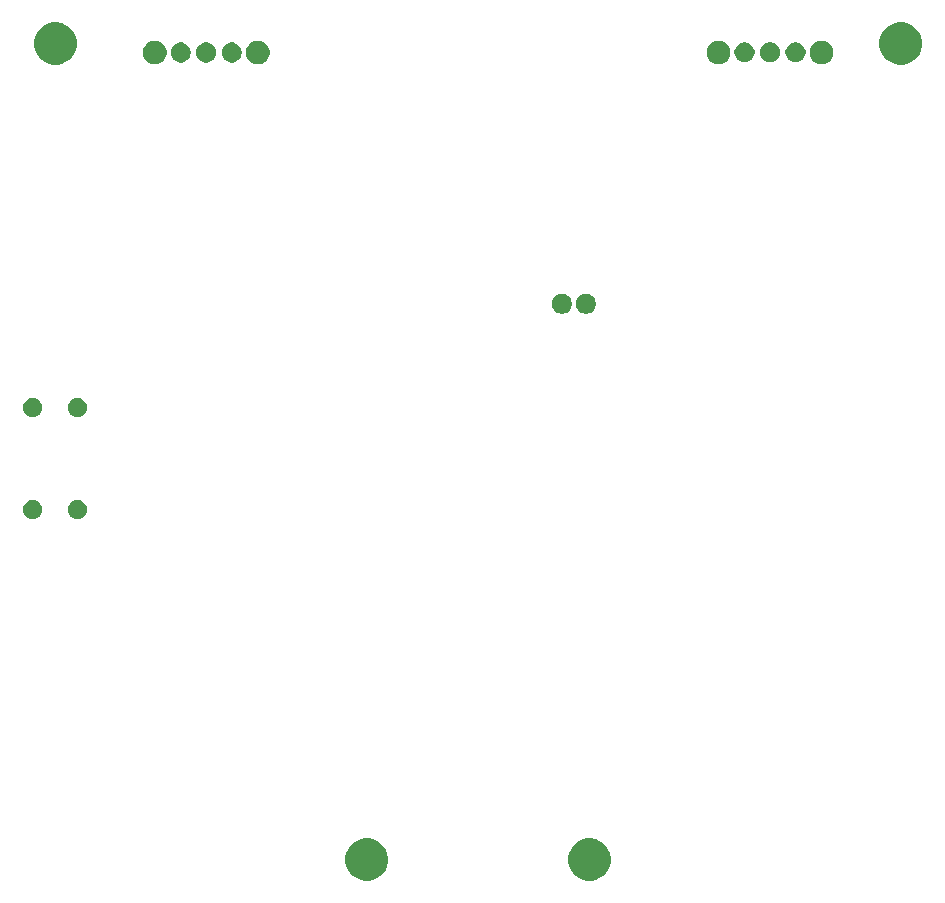
<source format=gbr>
G04 #@! TF.GenerationSoftware,KiCad,Pcbnew,5.0.2+dfsg1-1~bpo9+1*
G04 #@! TF.CreationDate,2019-09-03T10:55:47+01:00*
G04 #@! TF.ProjectId,retro_zero+a_power_board,72657472-6f5f-47a6-9572-6f2b615f706f,rev?*
G04 #@! TF.SameCoordinates,Original*
G04 #@! TF.FileFunction,Soldermask,Bot*
G04 #@! TF.FilePolarity,Negative*
%FSLAX46Y46*%
G04 Gerber Fmt 4.6, Leading zero omitted, Abs format (unit mm)*
G04 Created by KiCad (PCBNEW 5.0.2+dfsg1-1~bpo9+1) date Tue 03 Sep 2019 10:55:47 BST*
%MOMM*%
%LPD*%
G01*
G04 APERTURE LIST*
%ADD10C,0.100000*%
G04 APERTURE END LIST*
D10*
G36*
X156989331Y-111450611D02*
X157317092Y-111586374D01*
X157612073Y-111783474D01*
X157862926Y-112034327D01*
X158060026Y-112329308D01*
X158195789Y-112657069D01*
X158265000Y-113005016D01*
X158265000Y-113359784D01*
X158195789Y-113707731D01*
X158060026Y-114035492D01*
X157862926Y-114330473D01*
X157612073Y-114581326D01*
X157317092Y-114778426D01*
X156989331Y-114914189D01*
X156641384Y-114983400D01*
X156286616Y-114983400D01*
X155938669Y-114914189D01*
X155610908Y-114778426D01*
X155315927Y-114581326D01*
X155065074Y-114330473D01*
X154867974Y-114035492D01*
X154732211Y-113707731D01*
X154663000Y-113359784D01*
X154663000Y-113005016D01*
X154732211Y-112657069D01*
X154867974Y-112329308D01*
X155065074Y-112034327D01*
X155315927Y-111783474D01*
X155610908Y-111586374D01*
X155938669Y-111450611D01*
X156286616Y-111381400D01*
X156641384Y-111381400D01*
X156989331Y-111450611D01*
X156989331Y-111450611D01*
G37*
G36*
X138142531Y-111450611D02*
X138470292Y-111586374D01*
X138765273Y-111783474D01*
X139016126Y-112034327D01*
X139213226Y-112329308D01*
X139348989Y-112657069D01*
X139418200Y-113005016D01*
X139418200Y-113359784D01*
X139348989Y-113707731D01*
X139213226Y-114035492D01*
X139016126Y-114330473D01*
X138765273Y-114581326D01*
X138470292Y-114778426D01*
X138142531Y-114914189D01*
X137794584Y-114983400D01*
X137439816Y-114983400D01*
X137091869Y-114914189D01*
X136764108Y-114778426D01*
X136469127Y-114581326D01*
X136218274Y-114330473D01*
X136021174Y-114035492D01*
X135885411Y-113707731D01*
X135816200Y-113359784D01*
X135816200Y-113005016D01*
X135885411Y-112657069D01*
X136021174Y-112329308D01*
X136218274Y-112034327D01*
X136469127Y-111783474D01*
X136764108Y-111586374D01*
X137091869Y-111450611D01*
X137439816Y-111381400D01*
X137794584Y-111381400D01*
X138142531Y-111450611D01*
X138142531Y-111450611D01*
G37*
G36*
X113352543Y-82770381D02*
X113498315Y-82830762D01*
X113629511Y-82918424D01*
X113741076Y-83029989D01*
X113828738Y-83161185D01*
X113889119Y-83306957D01*
X113919900Y-83461707D01*
X113919900Y-83619493D01*
X113889119Y-83774243D01*
X113828738Y-83920015D01*
X113741076Y-84051211D01*
X113629511Y-84162776D01*
X113498315Y-84250438D01*
X113352543Y-84310819D01*
X113197793Y-84341600D01*
X113040007Y-84341600D01*
X112885257Y-84310819D01*
X112739485Y-84250438D01*
X112608289Y-84162776D01*
X112496724Y-84051211D01*
X112409062Y-83920015D01*
X112348681Y-83774243D01*
X112317900Y-83619493D01*
X112317900Y-83461707D01*
X112348681Y-83306957D01*
X112409062Y-83161185D01*
X112496724Y-83029989D01*
X112608289Y-82918424D01*
X112739485Y-82830762D01*
X112885257Y-82770381D01*
X113040007Y-82739600D01*
X113197793Y-82739600D01*
X113352543Y-82770381D01*
X113352543Y-82770381D01*
G37*
G36*
X109555243Y-82770381D02*
X109701015Y-82830762D01*
X109832211Y-82918424D01*
X109943776Y-83029989D01*
X110031438Y-83161185D01*
X110091819Y-83306957D01*
X110122600Y-83461707D01*
X110122600Y-83619493D01*
X110091819Y-83774243D01*
X110031438Y-83920015D01*
X109943776Y-84051211D01*
X109832211Y-84162776D01*
X109701015Y-84250438D01*
X109555243Y-84310819D01*
X109400493Y-84341600D01*
X109242707Y-84341600D01*
X109087957Y-84310819D01*
X108942185Y-84250438D01*
X108810989Y-84162776D01*
X108699424Y-84051211D01*
X108611762Y-83920015D01*
X108551381Y-83774243D01*
X108520600Y-83619493D01*
X108520600Y-83461707D01*
X108551381Y-83306957D01*
X108611762Y-83161185D01*
X108699424Y-83029989D01*
X108810989Y-82918424D01*
X108942185Y-82830762D01*
X109087957Y-82770381D01*
X109242707Y-82739600D01*
X109400493Y-82739600D01*
X109555243Y-82770381D01*
X109555243Y-82770381D01*
G37*
G36*
X109555243Y-74134381D02*
X109701015Y-74194762D01*
X109832211Y-74282424D01*
X109943776Y-74393989D01*
X110031438Y-74525185D01*
X110091819Y-74670957D01*
X110122600Y-74825707D01*
X110122600Y-74983493D01*
X110091819Y-75138243D01*
X110031438Y-75284015D01*
X109943776Y-75415211D01*
X109832211Y-75526776D01*
X109701015Y-75614438D01*
X109555243Y-75674819D01*
X109400493Y-75705600D01*
X109242707Y-75705600D01*
X109087957Y-75674819D01*
X108942185Y-75614438D01*
X108810989Y-75526776D01*
X108699424Y-75415211D01*
X108611762Y-75284015D01*
X108551381Y-75138243D01*
X108520600Y-74983493D01*
X108520600Y-74825707D01*
X108551381Y-74670957D01*
X108611762Y-74525185D01*
X108699424Y-74393989D01*
X108810989Y-74282424D01*
X108942185Y-74194762D01*
X109087957Y-74134381D01*
X109242707Y-74103600D01*
X109400493Y-74103600D01*
X109555243Y-74134381D01*
X109555243Y-74134381D01*
G37*
G36*
X113352543Y-74134381D02*
X113498315Y-74194762D01*
X113629511Y-74282424D01*
X113741076Y-74393989D01*
X113828738Y-74525185D01*
X113889119Y-74670957D01*
X113919900Y-74825707D01*
X113919900Y-74983493D01*
X113889119Y-75138243D01*
X113828738Y-75284015D01*
X113741076Y-75415211D01*
X113629511Y-75526776D01*
X113498315Y-75614438D01*
X113352543Y-75674819D01*
X113197793Y-75705600D01*
X113040007Y-75705600D01*
X112885257Y-75674819D01*
X112739485Y-75614438D01*
X112608289Y-75526776D01*
X112496724Y-75415211D01*
X112409062Y-75284015D01*
X112348681Y-75138243D01*
X112317900Y-74983493D01*
X112317900Y-74825707D01*
X112348681Y-74670957D01*
X112409062Y-74525185D01*
X112496724Y-74393989D01*
X112608289Y-74282424D01*
X112739485Y-74194762D01*
X112885257Y-74134381D01*
X113040007Y-74103600D01*
X113197793Y-74103600D01*
X113352543Y-74134381D01*
X113352543Y-74134381D01*
G37*
G36*
X156407428Y-65297903D02*
X156562300Y-65362053D01*
X156701681Y-65455185D01*
X156820215Y-65573719D01*
X156913347Y-65713100D01*
X156977497Y-65867972D01*
X157010200Y-66032384D01*
X157010200Y-66200016D01*
X156977497Y-66364428D01*
X156913347Y-66519300D01*
X156820215Y-66658681D01*
X156701681Y-66777215D01*
X156562300Y-66870347D01*
X156407428Y-66934497D01*
X156243016Y-66967200D01*
X156075384Y-66967200D01*
X155910972Y-66934497D01*
X155756100Y-66870347D01*
X155616719Y-66777215D01*
X155498185Y-66658681D01*
X155405053Y-66519300D01*
X155340903Y-66364428D01*
X155308200Y-66200016D01*
X155308200Y-66032384D01*
X155340903Y-65867972D01*
X155405053Y-65713100D01*
X155498185Y-65573719D01*
X155616719Y-65455185D01*
X155756100Y-65362053D01*
X155910972Y-65297903D01*
X156075384Y-65265200D01*
X156243016Y-65265200D01*
X156407428Y-65297903D01*
X156407428Y-65297903D01*
G37*
G36*
X154375428Y-65297903D02*
X154530300Y-65362053D01*
X154669681Y-65455185D01*
X154788215Y-65573719D01*
X154881347Y-65713100D01*
X154945497Y-65867972D01*
X154978200Y-66032384D01*
X154978200Y-66200016D01*
X154945497Y-66364428D01*
X154881347Y-66519300D01*
X154788215Y-66658681D01*
X154669681Y-66777215D01*
X154530300Y-66870347D01*
X154375428Y-66934497D01*
X154211016Y-66967200D01*
X154043384Y-66967200D01*
X153878972Y-66934497D01*
X153724100Y-66870347D01*
X153584719Y-66777215D01*
X153466185Y-66658681D01*
X153373053Y-66519300D01*
X153308903Y-66364428D01*
X153276200Y-66200016D01*
X153276200Y-66032384D01*
X153308903Y-65867972D01*
X153373053Y-65713100D01*
X153466185Y-65573719D01*
X153584719Y-65455185D01*
X153724100Y-65362053D01*
X153878972Y-65297903D01*
X154043384Y-65265200D01*
X154211016Y-65265200D01*
X154375428Y-65297903D01*
X154375428Y-65297903D01*
G37*
G36*
X183354531Y-42349911D02*
X183682292Y-42485674D01*
X183977273Y-42682774D01*
X184228126Y-42933627D01*
X184425226Y-43228608D01*
X184560989Y-43556369D01*
X184630200Y-43904316D01*
X184630200Y-44259084D01*
X184560989Y-44607031D01*
X184425226Y-44934792D01*
X184228126Y-45229773D01*
X183977273Y-45480626D01*
X183682292Y-45677726D01*
X183354531Y-45813489D01*
X183006584Y-45882700D01*
X182651816Y-45882700D01*
X182303869Y-45813489D01*
X181976108Y-45677726D01*
X181681127Y-45480626D01*
X181430274Y-45229773D01*
X181233174Y-44934792D01*
X181097411Y-44607031D01*
X181028200Y-44259084D01*
X181028200Y-43904316D01*
X181097411Y-43556369D01*
X181233174Y-43228608D01*
X181430274Y-42933627D01*
X181681127Y-42682774D01*
X181976108Y-42485674D01*
X182303869Y-42349911D01*
X182651816Y-42280700D01*
X183006584Y-42280700D01*
X183354531Y-42349911D01*
X183354531Y-42349911D01*
G37*
G36*
X111777331Y-42349911D02*
X112105092Y-42485674D01*
X112400073Y-42682774D01*
X112650926Y-42933627D01*
X112848026Y-43228608D01*
X112983789Y-43556369D01*
X113053000Y-43904316D01*
X113053000Y-44259084D01*
X112983789Y-44607031D01*
X112848026Y-44934792D01*
X112650926Y-45229773D01*
X112400073Y-45480626D01*
X112105092Y-45677726D01*
X111777331Y-45813489D01*
X111429384Y-45882700D01*
X111074616Y-45882700D01*
X110726669Y-45813489D01*
X110398908Y-45677726D01*
X110103927Y-45480626D01*
X109853074Y-45229773D01*
X109655974Y-44934792D01*
X109520211Y-44607031D01*
X109451000Y-44259084D01*
X109451000Y-43904316D01*
X109520211Y-43556369D01*
X109655974Y-43228608D01*
X109853074Y-42933627D01*
X110103927Y-42682774D01*
X110398908Y-42485674D01*
X110726669Y-42349911D01*
X111074616Y-42280700D01*
X111429384Y-42280700D01*
X111777331Y-42349911D01*
X111777331Y-42349911D01*
G37*
G36*
X119964081Y-43881168D02*
X120146250Y-43956625D01*
X120310203Y-44066175D01*
X120449625Y-44205597D01*
X120559175Y-44369550D01*
X120634632Y-44551719D01*
X120673100Y-44745110D01*
X120673100Y-44942290D01*
X120634632Y-45135681D01*
X120559175Y-45317850D01*
X120449625Y-45481803D01*
X120310203Y-45621225D01*
X120146250Y-45730775D01*
X119964081Y-45806232D01*
X119770690Y-45844700D01*
X119573510Y-45844700D01*
X119380119Y-45806232D01*
X119197950Y-45730775D01*
X119033997Y-45621225D01*
X118894575Y-45481803D01*
X118785025Y-45317850D01*
X118709568Y-45135681D01*
X118671100Y-44942290D01*
X118671100Y-44745110D01*
X118709568Y-44551719D01*
X118785025Y-44369550D01*
X118894575Y-44205597D01*
X119033997Y-44066175D01*
X119197950Y-43956625D01*
X119380119Y-43881168D01*
X119573510Y-43842700D01*
X119770690Y-43842700D01*
X119964081Y-43881168D01*
X119964081Y-43881168D01*
G37*
G36*
X128676281Y-43881168D02*
X128858450Y-43956625D01*
X129022403Y-44066175D01*
X129161825Y-44205597D01*
X129271375Y-44369550D01*
X129346832Y-44551719D01*
X129385300Y-44745110D01*
X129385300Y-44942290D01*
X129346832Y-45135681D01*
X129271375Y-45317850D01*
X129161825Y-45481803D01*
X129022403Y-45621225D01*
X128858450Y-45730775D01*
X128706941Y-45793532D01*
X128676281Y-45806232D01*
X128482890Y-45844700D01*
X128285710Y-45844700D01*
X128092319Y-45806232D01*
X128061659Y-45793532D01*
X127910150Y-45730775D01*
X127746197Y-45621225D01*
X127606775Y-45481803D01*
X127497225Y-45317850D01*
X127421768Y-45135681D01*
X127383300Y-44942290D01*
X127383300Y-44745110D01*
X127421768Y-44551719D01*
X127497225Y-44369550D01*
X127606775Y-44205597D01*
X127746197Y-44066175D01*
X127910150Y-43956625D01*
X128092319Y-43881168D01*
X128285710Y-43842700D01*
X128482890Y-43842700D01*
X128676281Y-43881168D01*
X128676281Y-43881168D01*
G37*
G36*
X176415581Y-43868468D02*
X176597750Y-43943925D01*
X176761703Y-44053475D01*
X176901125Y-44192897D01*
X177010675Y-44356850D01*
X177086132Y-44539019D01*
X177124600Y-44732410D01*
X177124600Y-44929590D01*
X177086132Y-45122981D01*
X177010675Y-45305150D01*
X176901125Y-45469103D01*
X176761703Y-45608525D01*
X176597750Y-45718075D01*
X176415581Y-45793532D01*
X176222190Y-45832000D01*
X176025010Y-45832000D01*
X175831619Y-45793532D01*
X175649450Y-45718075D01*
X175485497Y-45608525D01*
X175346075Y-45469103D01*
X175236525Y-45305150D01*
X175161068Y-45122981D01*
X175122600Y-44929590D01*
X175122600Y-44732410D01*
X175161068Y-44539019D01*
X175236525Y-44356850D01*
X175346075Y-44192897D01*
X175485497Y-44053475D01*
X175649450Y-43943925D01*
X175831619Y-43868468D01*
X176025010Y-43830000D01*
X176222190Y-43830000D01*
X176415581Y-43868468D01*
X176415581Y-43868468D01*
G37*
G36*
X167703381Y-43868468D02*
X167885550Y-43943925D01*
X168049503Y-44053475D01*
X168188925Y-44192897D01*
X168298475Y-44356850D01*
X168373932Y-44539019D01*
X168412400Y-44732410D01*
X168412400Y-44929590D01*
X168373932Y-45122981D01*
X168298475Y-45305150D01*
X168188925Y-45469103D01*
X168049503Y-45608525D01*
X167885550Y-45718075D01*
X167703381Y-45793532D01*
X167509990Y-45832000D01*
X167312810Y-45832000D01*
X167119419Y-45793532D01*
X166937250Y-45718075D01*
X166773297Y-45608525D01*
X166633875Y-45469103D01*
X166524325Y-45305150D01*
X166448868Y-45122981D01*
X166410400Y-44929590D01*
X166410400Y-44732410D01*
X166448868Y-44539019D01*
X166524325Y-44356850D01*
X166633875Y-44192897D01*
X166773297Y-44053475D01*
X166937250Y-43943925D01*
X167119419Y-43868468D01*
X167312810Y-43830000D01*
X167509990Y-43830000D01*
X167703381Y-43868468D01*
X167703381Y-43868468D01*
G37*
G36*
X126422728Y-44025403D02*
X126577600Y-44089553D01*
X126716981Y-44182685D01*
X126835515Y-44301219D01*
X126928647Y-44440600D01*
X126992797Y-44595472D01*
X127025500Y-44759884D01*
X127025500Y-44927516D01*
X126992797Y-45091928D01*
X126928647Y-45246800D01*
X126835515Y-45386181D01*
X126716981Y-45504715D01*
X126577600Y-45597847D01*
X126422728Y-45661997D01*
X126258316Y-45694700D01*
X126090684Y-45694700D01*
X125926272Y-45661997D01*
X125771400Y-45597847D01*
X125632019Y-45504715D01*
X125513485Y-45386181D01*
X125420353Y-45246800D01*
X125356203Y-45091928D01*
X125323500Y-44927516D01*
X125323500Y-44759884D01*
X125356203Y-44595472D01*
X125420353Y-44440600D01*
X125513485Y-44301219D01*
X125632019Y-44182685D01*
X125771400Y-44089553D01*
X125926272Y-44025403D01*
X126090684Y-43992700D01*
X126258316Y-43992700D01*
X126422728Y-44025403D01*
X126422728Y-44025403D01*
G37*
G36*
X124263728Y-44025403D02*
X124418600Y-44089553D01*
X124557981Y-44182685D01*
X124676515Y-44301219D01*
X124769647Y-44440600D01*
X124833797Y-44595472D01*
X124866500Y-44759884D01*
X124866500Y-44927516D01*
X124833797Y-45091928D01*
X124769647Y-45246800D01*
X124676515Y-45386181D01*
X124557981Y-45504715D01*
X124418600Y-45597847D01*
X124263728Y-45661997D01*
X124099316Y-45694700D01*
X123931684Y-45694700D01*
X123767272Y-45661997D01*
X123612400Y-45597847D01*
X123473019Y-45504715D01*
X123354485Y-45386181D01*
X123261353Y-45246800D01*
X123197203Y-45091928D01*
X123164500Y-44927516D01*
X123164500Y-44759884D01*
X123197203Y-44595472D01*
X123261353Y-44440600D01*
X123354485Y-44301219D01*
X123473019Y-44182685D01*
X123612400Y-44089553D01*
X123767272Y-44025403D01*
X123931684Y-43992700D01*
X124099316Y-43992700D01*
X124263728Y-44025403D01*
X124263728Y-44025403D01*
G37*
G36*
X122104728Y-44025403D02*
X122259600Y-44089553D01*
X122398981Y-44182685D01*
X122517515Y-44301219D01*
X122610647Y-44440600D01*
X122674797Y-44595472D01*
X122707500Y-44759884D01*
X122707500Y-44927516D01*
X122674797Y-45091928D01*
X122610647Y-45246800D01*
X122517515Y-45386181D01*
X122398981Y-45504715D01*
X122259600Y-45597847D01*
X122104728Y-45661997D01*
X121940316Y-45694700D01*
X121772684Y-45694700D01*
X121608272Y-45661997D01*
X121453400Y-45597847D01*
X121314019Y-45504715D01*
X121195485Y-45386181D01*
X121102353Y-45246800D01*
X121038203Y-45091928D01*
X121005500Y-44927516D01*
X121005500Y-44759884D01*
X121038203Y-44595472D01*
X121102353Y-44440600D01*
X121195485Y-44301219D01*
X121314019Y-44182685D01*
X121453400Y-44089553D01*
X121608272Y-44025403D01*
X121772684Y-43992700D01*
X121940316Y-43992700D01*
X122104728Y-44025403D01*
X122104728Y-44025403D01*
G37*
G36*
X169844028Y-44012703D02*
X169998900Y-44076853D01*
X170138281Y-44169985D01*
X170256815Y-44288519D01*
X170349947Y-44427900D01*
X170414097Y-44582772D01*
X170446800Y-44747184D01*
X170446800Y-44914816D01*
X170414097Y-45079228D01*
X170349947Y-45234100D01*
X170256815Y-45373481D01*
X170138281Y-45492015D01*
X169998900Y-45585147D01*
X169844028Y-45649297D01*
X169679616Y-45682000D01*
X169511984Y-45682000D01*
X169347572Y-45649297D01*
X169192700Y-45585147D01*
X169053319Y-45492015D01*
X168934785Y-45373481D01*
X168841653Y-45234100D01*
X168777503Y-45079228D01*
X168744800Y-44914816D01*
X168744800Y-44747184D01*
X168777503Y-44582772D01*
X168841653Y-44427900D01*
X168934785Y-44288519D01*
X169053319Y-44169985D01*
X169192700Y-44076853D01*
X169347572Y-44012703D01*
X169511984Y-43980000D01*
X169679616Y-43980000D01*
X169844028Y-44012703D01*
X169844028Y-44012703D01*
G37*
G36*
X174162028Y-44012703D02*
X174316900Y-44076853D01*
X174456281Y-44169985D01*
X174574815Y-44288519D01*
X174667947Y-44427900D01*
X174732097Y-44582772D01*
X174764800Y-44747184D01*
X174764800Y-44914816D01*
X174732097Y-45079228D01*
X174667947Y-45234100D01*
X174574815Y-45373481D01*
X174456281Y-45492015D01*
X174316900Y-45585147D01*
X174162028Y-45649297D01*
X173997616Y-45682000D01*
X173829984Y-45682000D01*
X173665572Y-45649297D01*
X173510700Y-45585147D01*
X173371319Y-45492015D01*
X173252785Y-45373481D01*
X173159653Y-45234100D01*
X173095503Y-45079228D01*
X173062800Y-44914816D01*
X173062800Y-44747184D01*
X173095503Y-44582772D01*
X173159653Y-44427900D01*
X173252785Y-44288519D01*
X173371319Y-44169985D01*
X173510700Y-44076853D01*
X173665572Y-44012703D01*
X173829984Y-43980000D01*
X173997616Y-43980000D01*
X174162028Y-44012703D01*
X174162028Y-44012703D01*
G37*
G36*
X172003028Y-44012703D02*
X172157900Y-44076853D01*
X172297281Y-44169985D01*
X172415815Y-44288519D01*
X172508947Y-44427900D01*
X172573097Y-44582772D01*
X172605800Y-44747184D01*
X172605800Y-44914816D01*
X172573097Y-45079228D01*
X172508947Y-45234100D01*
X172415815Y-45373481D01*
X172297281Y-45492015D01*
X172157900Y-45585147D01*
X172003028Y-45649297D01*
X171838616Y-45682000D01*
X171670984Y-45682000D01*
X171506572Y-45649297D01*
X171351700Y-45585147D01*
X171212319Y-45492015D01*
X171093785Y-45373481D01*
X171000653Y-45234100D01*
X170936503Y-45079228D01*
X170903800Y-44914816D01*
X170903800Y-44747184D01*
X170936503Y-44582772D01*
X171000653Y-44427900D01*
X171093785Y-44288519D01*
X171212319Y-44169985D01*
X171351700Y-44076853D01*
X171506572Y-44012703D01*
X171670984Y-43980000D01*
X171838616Y-43980000D01*
X172003028Y-44012703D01*
X172003028Y-44012703D01*
G37*
M02*

</source>
